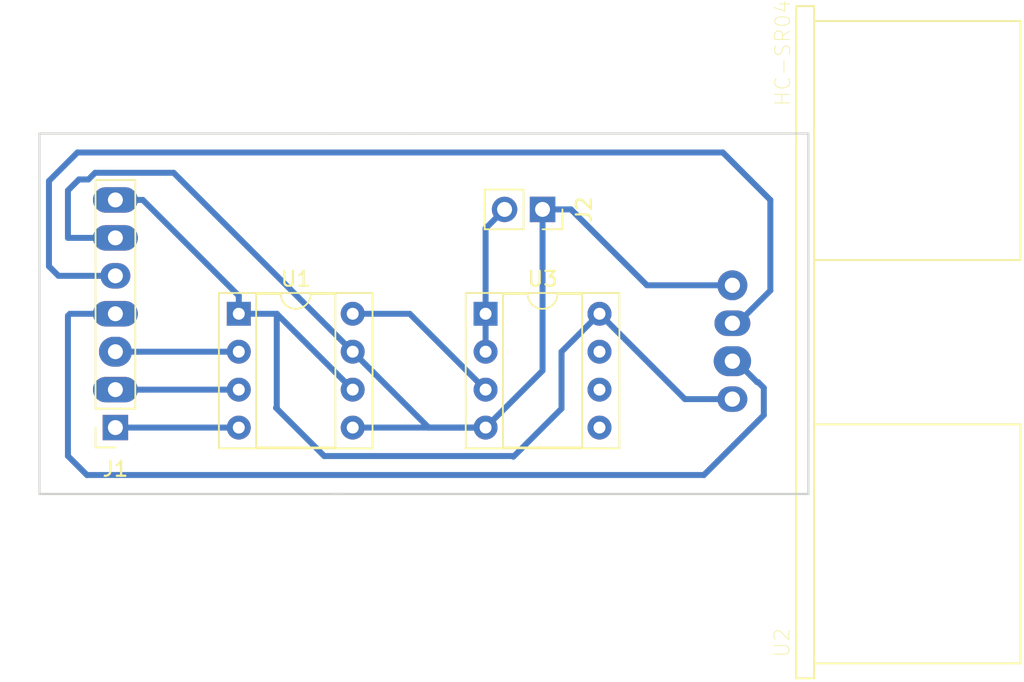
<source format=kicad_pcb>
(kicad_pcb (version 20171130) (host pcbnew "(5.0.1)-3")

  (general
    (thickness 1.6)
    (drawings 7)
    (tracks 61)
    (zones 0)
    (modules 5)
    (nets 13)
  )

  (page A4)
  (layers
    (0 F.Cu signal)
    (31 B.Cu signal)
    (32 B.Adhes user)
    (33 F.Adhes user)
    (34 B.Paste user)
    (35 F.Paste user)
    (36 B.SilkS user)
    (37 F.SilkS user)
    (38 B.Mask user)
    (39 F.Mask user)
    (40 Dwgs.User user)
    (41 Cmts.User user)
    (42 Eco1.User user)
    (43 Eco2.User user)
    (44 Edge.Cuts user)
    (45 Margin user)
    (46 B.CrtYd user)
    (47 F.CrtYd user)
    (48 B.Fab user)
    (49 F.Fab user)
  )

  (setup
    (last_trace_width 0.4)
    (trace_clearance 0.32)
    (zone_clearance 0.508)
    (zone_45_only no)
    (trace_min 0.2)
    (segment_width 0.2)
    (edge_width 0.15)
    (via_size 0.9)
    (via_drill 0.8)
    (via_min_size 0.4)
    (via_min_drill 0.3)
    (uvia_size 0.3)
    (uvia_drill 0.1)
    (uvias_allowed no)
    (uvia_min_size 0.2)
    (uvia_min_drill 0.1)
    (pcb_text_width 0.3)
    (pcb_text_size 1.5 1.5)
    (mod_edge_width 0.15)
    (mod_text_size 1 1)
    (mod_text_width 0.15)
    (pad_size 2.4 1.7)
    (pad_drill 1.02)
    (pad_to_mask_clearance 0.051)
    (solder_mask_min_width 0.25)
    (aux_axis_origin 0 0)
    (visible_elements 7FFFFFFF)
    (pcbplotparams
      (layerselection 0x01000_ffffffff)
      (usegerberextensions false)
      (usegerberattributes false)
      (usegerberadvancedattributes false)
      (creategerberjobfile true)
      (excludeedgelayer true)
      (linewidth 0.100000)
      (plotframeref false)
      (viasonmask false)
      (mode 1)
      (useauxorigin false)
      (hpglpennumber 1)
      (hpglpenspeed 20)
      (hpglpendiameter 15.000000)
      (psnegative false)
      (psa4output false)
      (plotreference false)
      (plotvalue false)
      (plotinvisibletext false)
      (padsonsilk false)
      (subtractmaskfromsilk false)
      (outputformat 1)
      (mirror false)
      (drillshape 0)
      (scaleselection 1)
      (outputdirectory "./"))
  )

  (net 0 "")
  (net 1 "Net-(J1-Pad5)")
  (net 2 "Net-(J1-Pad4)")
  (net 3 "Net-(J1-Pad6)")
  (net 4 "Net-(J1-Pad7)")
  (net 5 "Net-(J1-Pad3)")
  (net 6 "Net-(J1-Pad2)")
  (net 7 "Net-(J1-Pad1)")
  (net 8 "Net-(U1-Pad8)")
  (net 9 "Net-(J2-Pad2)")
  (net 10 "Net-(U3-Pad5)")
  (net 11 "Net-(U3-Pad6)")
  (net 12 "Net-(U3-Pad7)")

  (net_class Default "This is the default net class."
    (clearance 0.32)
    (trace_width 0.4)
    (via_dia 0.9)
    (via_drill 0.8)
    (uvia_dia 0.3)
    (uvia_drill 0.1)
    (add_net "Net-(J1-Pad1)")
    (add_net "Net-(J1-Pad2)")
    (add_net "Net-(J1-Pad3)")
    (add_net "Net-(J1-Pad4)")
    (add_net "Net-(J1-Pad5)")
    (add_net "Net-(J1-Pad6)")
    (add_net "Net-(J1-Pad7)")
    (add_net "Net-(J2-Pad2)")
    (add_net "Net-(U1-Pad8)")
    (add_net "Net-(U3-Pad5)")
    (add_net "Net-(U3-Pad6)")
    (add_net "Net-(U3-Pad7)")
  )

  (module Package_DIP:DIP-8_W7.62mm_Socket (layer F.Cu) (tedit 5A02E8C5) (tstamp 5C1E863D)
    (at 81.28 89.535)
    (descr "8-lead though-hole mounted DIP package, row spacing 7.62 mm (300 mils), Socket")
    (tags "THT DIP DIL PDIP 2.54mm 7.62mm 300mil Socket")
    (path /5BFF14A5)
    (fp_text reference U1 (at 3.81 -2.33) (layer F.SilkS)
      (effects (font (size 1 1) (thickness 0.15)))
    )
    (fp_text value MCP4901 (at 3.81 9.95) (layer F.Fab)
      (effects (font (size 1 1) (thickness 0.15)))
    )
    (fp_arc (start 3.81 -1.33) (end 2.81 -1.33) (angle -180) (layer F.SilkS) (width 0.12))
    (fp_line (start 1.635 -1.27) (end 6.985 -1.27) (layer F.Fab) (width 0.1))
    (fp_line (start 6.985 -1.27) (end 6.985 8.89) (layer F.Fab) (width 0.1))
    (fp_line (start 6.985 8.89) (end 0.635 8.89) (layer F.Fab) (width 0.1))
    (fp_line (start 0.635 8.89) (end 0.635 -0.27) (layer F.Fab) (width 0.1))
    (fp_line (start 0.635 -0.27) (end 1.635 -1.27) (layer F.Fab) (width 0.1))
    (fp_line (start -1.27 -1.33) (end -1.27 8.95) (layer F.Fab) (width 0.1))
    (fp_line (start -1.27 8.95) (end 8.89 8.95) (layer F.Fab) (width 0.1))
    (fp_line (start 8.89 8.95) (end 8.89 -1.33) (layer F.Fab) (width 0.1))
    (fp_line (start 8.89 -1.33) (end -1.27 -1.33) (layer F.Fab) (width 0.1))
    (fp_line (start 2.81 -1.33) (end 1.16 -1.33) (layer F.SilkS) (width 0.12))
    (fp_line (start 1.16 -1.33) (end 1.16 8.95) (layer F.SilkS) (width 0.12))
    (fp_line (start 1.16 8.95) (end 6.46 8.95) (layer F.SilkS) (width 0.12))
    (fp_line (start 6.46 8.95) (end 6.46 -1.33) (layer F.SilkS) (width 0.12))
    (fp_line (start 6.46 -1.33) (end 4.81 -1.33) (layer F.SilkS) (width 0.12))
    (fp_line (start -1.33 -1.39) (end -1.33 9.01) (layer F.SilkS) (width 0.12))
    (fp_line (start -1.33 9.01) (end 8.95 9.01) (layer F.SilkS) (width 0.12))
    (fp_line (start 8.95 9.01) (end 8.95 -1.39) (layer F.SilkS) (width 0.12))
    (fp_line (start 8.95 -1.39) (end -1.33 -1.39) (layer F.SilkS) (width 0.12))
    (fp_line (start -1.55 -1.6) (end -1.55 9.2) (layer F.CrtYd) (width 0.05))
    (fp_line (start -1.55 9.2) (end 9.15 9.2) (layer F.CrtYd) (width 0.05))
    (fp_line (start 9.15 9.2) (end 9.15 -1.6) (layer F.CrtYd) (width 0.05))
    (fp_line (start 9.15 -1.6) (end -1.55 -1.6) (layer F.CrtYd) (width 0.05))
    (fp_text user %R (at 3.81 3.81) (layer F.Fab)
      (effects (font (size 1 1) (thickness 0.15)))
    )
    (pad 1 thru_hole rect (at 0 0) (size 1.6 1.6) (drill 0.8) (layers *.Cu *.Mask)
      (net 4 "Net-(J1-Pad7)"))
    (pad 5 thru_hole oval (at 7.62 7.62) (size 1.6 1.6) (drill 0.8) (layers *.Cu *.Mask)
      (net 3 "Net-(J1-Pad6)"))
    (pad 2 thru_hole oval (at 0 2.54) (size 1.6 1.6) (drill 0.8) (layers *.Cu *.Mask)
      (net 5 "Net-(J1-Pad3)"))
    (pad 6 thru_hole oval (at 7.62 5.08) (size 1.6 1.6) (drill 0.8) (layers *.Cu *.Mask)
      (net 4 "Net-(J1-Pad7)"))
    (pad 3 thru_hole oval (at 0 5.08) (size 1.6 1.6) (drill 0.8) (layers *.Cu *.Mask)
      (net 6 "Net-(J1-Pad2)"))
    (pad 7 thru_hole oval (at 7.62 2.54) (size 1.6 1.6) (drill 0.8) (layers *.Cu *.Mask)
      (net 3 "Net-(J1-Pad6)"))
    (pad 4 thru_hole oval (at 0 7.62) (size 1.6 1.6) (drill 0.8) (layers *.Cu *.Mask)
      (net 7 "Net-(J1-Pad1)"))
    (pad 8 thru_hole oval (at 7.62 0) (size 1.6 1.6) (drill 0.8) (layers *.Cu *.Mask)
      (net 8 "Net-(U1-Pad8)"))
    (model ${KISYS3DMOD}/Package_DIP.3dshapes/DIP-8_W7.62mm_Socket.wrl
      (at (xyz 0 0 0))
      (scale (xyz 1 1 1))
      (rotate (xyz 0 0 0))
    )
  )

  (module Package_DIP:DIP-8_W7.62mm_Socket (layer F.Cu) (tedit 5A02E8C5) (tstamp 5C1E84D2)
    (at 97.79 89.535)
    (descr "8-lead though-hole mounted DIP package, row spacing 7.62 mm (300 mils), Socket")
    (tags "THT DIP DIL PDIP 2.54mm 7.62mm 300mil Socket")
    (path /5C120150)
    (fp_text reference U3 (at 3.81 -2.33) (layer F.SilkS)
      (effects (font (size 1 1) (thickness 0.15)))
    )
    (fp_text value TS912 (at 3.81 9.95) (layer F.Fab)
      (effects (font (size 1 1) (thickness 0.15)))
    )
    (fp_arc (start 3.81 -1.33) (end 2.81 -1.33) (angle -180) (layer F.SilkS) (width 0.12))
    (fp_line (start 1.635 -1.27) (end 6.985 -1.27) (layer F.Fab) (width 0.1))
    (fp_line (start 6.985 -1.27) (end 6.985 8.89) (layer F.Fab) (width 0.1))
    (fp_line (start 6.985 8.89) (end 0.635 8.89) (layer F.Fab) (width 0.1))
    (fp_line (start 0.635 8.89) (end 0.635 -0.27) (layer F.Fab) (width 0.1))
    (fp_line (start 0.635 -0.27) (end 1.635 -1.27) (layer F.Fab) (width 0.1))
    (fp_line (start -1.27 -1.33) (end -1.27 8.95) (layer F.Fab) (width 0.1))
    (fp_line (start -1.27 8.95) (end 8.89 8.95) (layer F.Fab) (width 0.1))
    (fp_line (start 8.89 8.95) (end 8.89 -1.33) (layer F.Fab) (width 0.1))
    (fp_line (start 8.89 -1.33) (end -1.27 -1.33) (layer F.Fab) (width 0.1))
    (fp_line (start 2.81 -1.33) (end 1.16 -1.33) (layer F.SilkS) (width 0.12))
    (fp_line (start 1.16 -1.33) (end 1.16 8.95) (layer F.SilkS) (width 0.12))
    (fp_line (start 1.16 8.95) (end 6.46 8.95) (layer F.SilkS) (width 0.12))
    (fp_line (start 6.46 8.95) (end 6.46 -1.33) (layer F.SilkS) (width 0.12))
    (fp_line (start 6.46 -1.33) (end 4.81 -1.33) (layer F.SilkS) (width 0.12))
    (fp_line (start -1.33 -1.39) (end -1.33 9.01) (layer F.SilkS) (width 0.12))
    (fp_line (start -1.33 9.01) (end 8.95 9.01) (layer F.SilkS) (width 0.12))
    (fp_line (start 8.95 9.01) (end 8.95 -1.39) (layer F.SilkS) (width 0.12))
    (fp_line (start 8.95 -1.39) (end -1.33 -1.39) (layer F.SilkS) (width 0.12))
    (fp_line (start -1.55 -1.6) (end -1.55 9.2) (layer F.CrtYd) (width 0.05))
    (fp_line (start -1.55 9.2) (end 9.15 9.2) (layer F.CrtYd) (width 0.05))
    (fp_line (start 9.15 9.2) (end 9.15 -1.6) (layer F.CrtYd) (width 0.05))
    (fp_line (start 9.15 -1.6) (end -1.55 -1.6) (layer F.CrtYd) (width 0.05))
    (fp_text user %R (at 3.81 3.81) (layer F.Fab)
      (effects (font (size 1 1) (thickness 0.15)))
    )
    (pad 1 thru_hole rect (at 0 0) (size 1.6 1.6) (drill 0.8) (layers *.Cu *.Mask)
      (net 9 "Net-(J2-Pad2)"))
    (pad 5 thru_hole oval (at 7.62 7.62) (size 1.6 1.6) (drill 0.8) (layers *.Cu *.Mask)
      (net 10 "Net-(U3-Pad5)"))
    (pad 2 thru_hole oval (at 0 2.54) (size 1.6 1.6) (drill 0.8) (layers *.Cu *.Mask)
      (net 9 "Net-(J2-Pad2)"))
    (pad 6 thru_hole oval (at 7.62 5.08) (size 1.6 1.6) (drill 0.8) (layers *.Cu *.Mask)
      (net 11 "Net-(U3-Pad6)"))
    (pad 3 thru_hole oval (at 0 5.08) (size 1.6 1.6) (drill 0.8) (layers *.Cu *.Mask)
      (net 8 "Net-(U1-Pad8)"))
    (pad 7 thru_hole oval (at 7.62 2.54) (size 1.6 1.6) (drill 0.8) (layers *.Cu *.Mask)
      (net 12 "Net-(U3-Pad7)"))
    (pad 4 thru_hole oval (at 0 7.62) (size 1.6 1.6) (drill 0.8) (layers *.Cu *.Mask)
      (net 3 "Net-(J1-Pad6)"))
    (pad 8 thru_hole oval (at 7.62 0) (size 1.6 1.6) (drill 0.8) (layers *.Cu *.Mask)
      (net 4 "Net-(J1-Pad7)"))
    (model ${KISYS3DMOD}/Package_DIP.3dshapes/DIP-8_W7.62mm_Socket.wrl
      (at (xyz 0 0 0))
      (scale (xyz 1 1 1))
      (rotate (xyz 0 0 0))
    )
  )

  (module Connector_PinSocket_2.54mm:PinSocket_1x02_P2.54mm_Vertical (layer F.Cu) (tedit 5A19A420) (tstamp 5C3C566A)
    (at 101.6 82.55 270)
    (descr "Through hole straight socket strip, 1x02, 2.54mm pitch, single row (from Kicad 4.0.7), script generated")
    (tags "Through hole socket strip THT 1x02 2.54mm single row")
    (path /5C12464D)
    (fp_text reference J2 (at 0 -2.77 270) (layer F.SilkS)
      (effects (font (size 1 1) (thickness 0.15)))
    )
    (fp_text value Conn_01x02_Female (at 0 5.31 270) (layer F.Fab)
      (effects (font (size 1 1) (thickness 0.15)))
    )
    (fp_line (start -1.27 -1.27) (end 0.635 -1.27) (layer F.Fab) (width 0.1))
    (fp_line (start 0.635 -1.27) (end 1.27 -0.635) (layer F.Fab) (width 0.1))
    (fp_line (start 1.27 -0.635) (end 1.27 3.81) (layer F.Fab) (width 0.1))
    (fp_line (start 1.27 3.81) (end -1.27 3.81) (layer F.Fab) (width 0.1))
    (fp_line (start -1.27 3.81) (end -1.27 -1.27) (layer F.Fab) (width 0.1))
    (fp_line (start -1.33 1.27) (end 1.33 1.27) (layer F.SilkS) (width 0.12))
    (fp_line (start -1.33 1.27) (end -1.33 3.87) (layer F.SilkS) (width 0.12))
    (fp_line (start -1.33 3.87) (end 1.33 3.87) (layer F.SilkS) (width 0.12))
    (fp_line (start 1.33 1.27) (end 1.33 3.87) (layer F.SilkS) (width 0.12))
    (fp_line (start 1.33 -1.33) (end 1.33 0) (layer F.SilkS) (width 0.12))
    (fp_line (start 0 -1.33) (end 1.33 -1.33) (layer F.SilkS) (width 0.12))
    (fp_line (start -1.8 -1.8) (end 1.75 -1.8) (layer F.CrtYd) (width 0.05))
    (fp_line (start 1.75 -1.8) (end 1.75 4.3) (layer F.CrtYd) (width 0.05))
    (fp_line (start 1.75 4.3) (end -1.8 4.3) (layer F.CrtYd) (width 0.05))
    (fp_line (start -1.8 4.3) (end -1.8 -1.8) (layer F.CrtYd) (width 0.05))
    (fp_text user %R (at 0 1.27) (layer F.Fab)
      (effects (font (size 1 1) (thickness 0.15)))
    )
    (pad 1 thru_hole rect (at 0 0 270) (size 1.7 1.7) (drill 1) (layers *.Cu *.Mask)
      (net 3 "Net-(J1-Pad6)"))
    (pad 2 thru_hole oval (at 0 2.54 270) (size 1.7 1.7) (drill 1) (layers *.Cu *.Mask)
      (net 9 "Net-(J2-Pad2)"))
    (model ${KISYS3DMOD}/Connector_PinSocket_2.54mm.3dshapes/PinSocket_1x02_P2.54mm_Vertical.wrl
      (at (xyz 0 0 0))
      (scale (xyz 1 1 1))
      (rotate (xyz 0 0 0))
    )
  )

  (module Connector_PinSocket_2.54mm:PinSocket_1x07_P2.54mm_Vertical (layer F.Cu) (tedit 5C0F63C0) (tstamp 5C3C5853)
    (at 73.025 97.155 180)
    (descr "Through hole straight socket strip, 1x07, 2.54mm pitch, single row (from Kicad 4.0.7), script generated")
    (tags "Through hole socket strip THT 1x07 2.54mm single row")
    (path /5BFF413F)
    (fp_text reference J1 (at 0 -2.77 180) (layer F.SilkS)
      (effects (font (size 1 1) (thickness 0.15)))
    )
    (fp_text value Conn_01x07_Female (at 0 18.01 180) (layer F.Fab)
      (effects (font (size 1 1) (thickness 0.15)))
    )
    (fp_text user %R (at 0 7.62 270) (layer F.Fab)
      (effects (font (size 1 1) (thickness 0.15)))
    )
    (fp_line (start -1.8 17) (end -1.8 -1.8) (layer F.CrtYd) (width 0.05))
    (fp_line (start 1.75 17) (end -1.8 17) (layer F.CrtYd) (width 0.05))
    (fp_line (start 1.75 -1.8) (end 1.75 17) (layer F.CrtYd) (width 0.05))
    (fp_line (start -1.8 -1.8) (end 1.75 -1.8) (layer F.CrtYd) (width 0.05))
    (fp_line (start 0 -1.33) (end 1.33 -1.33) (layer F.SilkS) (width 0.12))
    (fp_line (start 1.33 -1.33) (end 1.33 0) (layer F.SilkS) (width 0.12))
    (fp_line (start 1.33 1.27) (end 1.33 16.57) (layer F.SilkS) (width 0.12))
    (fp_line (start -1.33 16.57) (end 1.33 16.57) (layer F.SilkS) (width 0.12))
    (fp_line (start -1.33 1.27) (end -1.33 16.57) (layer F.SilkS) (width 0.12))
    (fp_line (start -1.33 1.27) (end 1.33 1.27) (layer F.SilkS) (width 0.12))
    (fp_line (start -1.27 16.51) (end -1.27 -1.27) (layer F.Fab) (width 0.1))
    (fp_line (start 1.27 16.51) (end -1.27 16.51) (layer F.Fab) (width 0.1))
    (fp_line (start 1.27 -0.635) (end 1.27 16.51) (layer F.Fab) (width 0.1))
    (fp_line (start 0.635 -1.27) (end 1.27 -0.635) (layer F.Fab) (width 0.1))
    (fp_line (start -1.27 -1.27) (end 0.635 -1.27) (layer F.Fab) (width 0.1))
    (pad 7 thru_hole oval (at 0 15.24 180) (size 3 1.7) (drill 1) (layers *.Cu *.Mask)
      (net 4 "Net-(J1-Pad7)"))
    (pad 6 thru_hole oval (at 0 12.7 180) (size 3 1.7) (drill 1) (layers *.Cu *.Mask)
      (net 3 "Net-(J1-Pad6)"))
    (pad 5 thru_hole oval (at 0 10.16 180) (size 2 1.7) (drill 1) (layers *.Cu *.Mask)
      (net 1 "Net-(J1-Pad5)"))
    (pad 4 thru_hole oval (at 0 7.62 180) (size 3 1.7) (drill 1) (layers *.Cu *.Mask)
      (net 2 "Net-(J1-Pad4)"))
    (pad 3 thru_hole oval (at 0 5.08 180) (size 2.2 2) (drill 1) (layers *.Cu *.Mask)
      (net 5 "Net-(J1-Pad3)"))
    (pad 2 thru_hole oval (at 0 2.54 180) (size 3 1.7) (drill 1) (layers *.Cu *.Mask)
      (net 6 "Net-(J1-Pad2)"))
    (pad 1 thru_hole rect (at 0 0 180) (size 1.7 1.7) (drill 1) (layers *.Cu *.Mask)
      (net 7 "Net-(J1-Pad1)"))
    (model ${KISYS3DMOD}/Connector_PinSocket_2.54mm.3dshapes/PinSocket_1x07_P2.54mm_Vertical.wrl
      (at (xyz 0 0 0))
      (scale (xyz 1 1 1))
      (rotate (xyz 0 0 0))
    )
  )

  (module Ultrasonic:XCVR_HC-SR04 (layer F.Cu) (tedit 5C0F63F6) (tstamp 5C3C45F1)
    (at 114.3 91.44 90)
    (path /5BFF0DFD)
    (fp_text reference U2 (at -20.1204 3.31671 90) (layer F.SilkS)
      (effects (font (size 1.00052 1.00052) (thickness 0.05)))
    )
    (fp_text value HC-SR04 (at 19.3577 3.3707 90) (layer F.SilkS)
      (effects (font (size 1.00169 1.00169) (thickness 0.05)))
    )
    (fp_line (start -21.5 19.27) (end -5.5 19.27) (layer F.SilkS) (width 0.127))
    (fp_line (start 5.5 19.27) (end 21.5 19.27) (layer F.SilkS) (width 0.127))
    (fp_line (start 22.5 5.47) (end 21.5 5.47) (layer F.SilkS) (width 0.127))
    (fp_line (start 21.5 5.47) (end 5.5 5.47) (layer F.SilkS) (width 0.127))
    (fp_line (start 5.5 5.47) (end -5.5 5.47) (layer F.SilkS) (width 0.127))
    (fp_line (start -5.5 5.47) (end -21.5 5.47) (layer F.SilkS) (width 0.127))
    (fp_line (start -21.5 5.47) (end -22.5 5.47) (layer F.SilkS) (width 0.127))
    (fp_line (start -22.5 5.47) (end -22.5 4.27) (layer F.SilkS) (width 0.127))
    (fp_line (start -22.5 4.27) (end 22.5 4.27) (layer F.SilkS) (width 0.127))
    (fp_line (start 22.5 4.27) (end 22.5 5.47) (layer F.SilkS) (width 0.127))
    (fp_line (start -21.5 5.47) (end -21.5 19.27) (layer F.SilkS) (width 0.127))
    (fp_line (start 21.5 5.47) (end 21.5 19.27) (layer F.SilkS) (width 0.127))
    (fp_line (start -5.5 5.47) (end -5.5 19.27) (layer F.SilkS) (width 0.127))
    (fp_line (start 5.5 5.47) (end 5.5 19.27) (layer F.SilkS) (width 0.127))
    (fp_line (start -22.75 4) (end -22.75 19.5) (layer Eco1.User) (width 0.05))
    (fp_line (start -22.75 19.5) (end 22.75 19.5) (layer Eco1.User) (width 0.05))
    (fp_line (start 22.75 19.5) (end 22.75 4) (layer Eco1.User) (width 0.05))
    (fp_line (start 22.75 4) (end 5 4) (layer Eco1.User) (width 0.05))
    (fp_line (start 5 4) (end 5 -1.25) (layer Eco1.User) (width 0.05))
    (fp_line (start 5 -1.25) (end -5 -1.25) (layer Eco1.User) (width 0.05))
    (fp_line (start -5 -1.25) (end -5 4) (layer Eco1.User) (width 0.05))
    (fp_line (start -5 4) (end -22.75 4) (layer Eco1.User) (width 0.05))
    (pad 2 thru_hole oval (at -1.27 0 90) (size 2 2.5) (drill 1.02) (layers *.Cu *.Mask)
      (net 2 "Net-(J1-Pad4)"))
    (pad 3 thru_hole oval (at 1.27 0 180) (size 2.4 1.7) (drill 1.02) (layers *.Cu *.Mask)
      (net 1 "Net-(J1-Pad5)"))
    (pad 4 thru_hole circle (at 3.81 0 90) (size 2 2) (drill 1.02) (layers *.Cu *.Mask)
      (net 3 "Net-(J1-Pad6)"))
    (pad 1 thru_hole oval (at -3.81 0 180) (size 2 1.7) (drill 1.02) (layers *.Cu *.Mask)
      (net 4 "Net-(J1-Pad7)"))
  )

  (gr_line (start 67.945 101.6) (end 88.265 101.6) (layer Edge.Cuts) (width 0.15))
  (gr_line (start 67.945 77.47) (end 67.945 101.6) (layer Edge.Cuts) (width 0.15))
  (gr_line (start 87.63 77.47) (end 67.945 77.47) (layer Edge.Cuts) (width 0.15))
  (gr_line (start 119.38 77.47) (end 92.71 77.47) (layer Edge.Cuts) (width 0.15))
  (gr_line (start 119.38 101.6) (end 119.38 77.47) (layer Edge.Cuts) (width 0.15))
  (gr_line (start 87.63 101.6) (end 119.38 101.6) (layer Edge.Cuts) (width 0.15))
  (gr_line (start 92.71 77.47) (end 87.63 77.47) (layer Edge.Cuts) (width 0.15))

  (segment (start 114.65 90.17) (end 114.3 90.17) (width 0.4) (layer B.Cu) (net 1))
  (segment (start 116.84 87.98) (end 114.65 90.17) (width 0.4) (layer B.Cu) (net 1))
  (segment (start 116.84 81.915) (end 116.84 87.98) (width 0.4) (layer B.Cu) (net 1))
  (segment (start 69.215 86.995) (end 68.58 86.36) (width 0.4) (layer B.Cu) (net 1))
  (segment (start 73.025 86.995) (end 69.215 86.995) (width 0.4) (layer B.Cu) (net 1))
  (segment (start 68.58 86.36) (end 68.58 80.645) (width 0.4) (layer B.Cu) (net 1))
  (segment (start 68.58 80.645) (end 70.485 78.74) (width 0.4) (layer B.Cu) (net 1))
  (segment (start 70.485 78.74) (end 113.665 78.74) (width 0.4) (layer B.Cu) (net 1))
  (segment (start 113.665 78.74) (end 116.84 81.915) (width 0.4) (layer B.Cu) (net 1))
  (segment (start 115.95 94.11) (end 114.55 92.71) (width 0.4) (layer B.Cu) (net 2))
  (segment (start 116.402514 94.495) (end 116.017514 94.11) (width 0.4) (layer B.Cu) (net 2))
  (segment (start 114.55 92.71) (end 114.3 92.71) (width 0.4) (layer B.Cu) (net 2))
  (segment (start 116.017514 94.11) (end 115.95 94.11) (width 0.4) (layer B.Cu) (net 2))
  (segment (start 116.402514 96.322486) (end 116.402514 94.495) (width 0.4) (layer B.Cu) (net 2))
  (segment (start 69.989018 89.535) (end 69.85 89.674018) (width 0.4) (layer B.Cu) (net 2))
  (segment (start 73.025 89.535) (end 69.989018 89.535) (width 0.4) (layer B.Cu) (net 2))
  (segment (start 69.85 99.06) (end 71.12 100.33) (width 0.4) (layer B.Cu) (net 2))
  (segment (start 69.85 89.674018) (end 69.85 99.06) (width 0.4) (layer B.Cu) (net 2))
  (segment (start 71.12 100.33) (end 112.395 100.33) (width 0.4) (layer B.Cu) (net 2))
  (segment (start 112.395 100.33) (end 116.402514 96.322486) (width 0.4) (layer B.Cu) (net 2))
  (segment (start 88.9 97.155) (end 97.79 97.155) (width 0.4) (layer B.Cu) (net 3))
  (segment (start 93.98 97.155) (end 97.79 97.155) (width 0.4) (layer B.Cu) (net 3))
  (segment (start 88.9 92.075) (end 93.98 97.155) (width 0.4) (layer B.Cu) (net 3))
  (segment (start 101.6 93.345) (end 101.6 82.55) (width 0.4) (layer B.Cu) (net 3))
  (segment (start 97.79 97.155) (end 101.6 93.345) (width 0.4) (layer B.Cu) (net 3))
  (segment (start 101.6 82.55) (end 103.505 82.55) (width 0.4) (layer B.Cu) (net 3))
  (segment (start 108.585 87.63) (end 114.3 87.63) (width 0.4) (layer B.Cu) (net 3))
  (segment (start 103.505 82.55) (end 108.585 87.63) (width 0.4) (layer B.Cu) (net 3))
  (segment (start 77.36999 80.54499) (end 88.9 92.075) (width 0.4) (layer B.Cu) (net 3))
  (segment (start 76.92001 80.09501) (end 77.36999 80.54499) (width 0.4) (layer B.Cu) (net 3))
  (segment (start 69.85 84.455) (end 69.85 81.28) (width 0.4) (layer B.Cu) (net 3))
  (segment (start 73.025 84.455) (end 69.85 84.455) (width 0.4) (layer B.Cu) (net 3))
  (segment (start 69.85 81.28) (end 70.58501 80.54499) (width 0.4) (layer B.Cu) (net 3))
  (segment (start 70.58501 80.54499) (end 71.22001 80.54499) (width 0.4) (layer B.Cu) (net 3))
  (segment (start 71.22001 80.54499) (end 71.66999 80.09501) (width 0.4) (layer B.Cu) (net 3))
  (segment (start 71.66999 80.09501) (end 76.92001 80.09501) (width 0.4) (layer B.Cu) (net 3))
  (segment (start 81.28 88.335) (end 81.28 89.535) (width 0.4) (layer B.Cu) (net 4))
  (segment (start 74.86 81.915) (end 81.28 88.335) (width 0.4) (layer B.Cu) (net 4))
  (segment (start 73.025 81.915) (end 74.86 81.915) (width 0.4) (layer B.Cu) (net 4))
  (segment (start 83.82 89.535) (end 88.9 94.615) (width 0.4) (layer B.Cu) (net 4))
  (segment (start 81.28 89.535) (end 83.82 89.535) (width 0.4) (layer B.Cu) (net 4))
  (segment (start 111.125 95.25) (end 105.41 89.535) (width 0.4) (layer B.Cu) (net 4))
  (segment (start 114.3 95.25) (end 111.125 95.25) (width 0.4) (layer B.Cu) (net 4))
  (segment (start 99.644999 99.110001) (end 102.87 95.885) (width 0.4) (layer B.Cu) (net 4))
  (segment (start 102.87 92.075) (end 105.41 89.535) (width 0.4) (layer B.Cu) (net 4))
  (segment (start 102.87 95.25) (end 102.87 92.075) (width 0.4) (layer B.Cu) (net 4))
  (segment (start 102.87 95.25) (end 102.87 95.885) (width 0.4) (layer B.Cu) (net 4))
  (segment (start 86.995 99.06) (end 99.594998 99.06) (width 0.4) (layer B.Cu) (net 4))
  (segment (start 83.769999 95.834999) (end 86.995 99.06) (width 0.4) (layer B.Cu) (net 4))
  (segment (start 83.82 89.535) (end 83.82 95.784998) (width 0.4) (layer B.Cu) (net 4))
  (segment (start 83.82 95.784998) (end 83.769999 95.834999) (width 0.4) (layer B.Cu) (net 4))
  (segment (start 74.525 92.075) (end 81.28 92.075) (width 0.4) (layer B.Cu) (net 5))
  (segment (start 73.025 92.075) (end 74.525 92.075) (width 0.4) (layer B.Cu) (net 5))
  (segment (start 74.925 94.615) (end 81.28 94.615) (width 0.4) (layer B.Cu) (net 6))
  (segment (start 73.025 94.615) (end 74.925 94.615) (width 0.4) (layer B.Cu) (net 6))
  (segment (start 73.025 97.155) (end 81.28 97.155) (width 0.4) (layer B.Cu) (net 7))
  (segment (start 92.71 89.535) (end 88.9 89.535) (width 0.4) (layer B.Cu) (net 8))
  (segment (start 97.79 94.615) (end 92.71 89.535) (width 0.4) (layer B.Cu) (net 8))
  (segment (start 97.79 92.075) (end 97.79 89.535) (width 0.4) (layer B.Cu) (net 9))
  (segment (start 97.79 83.82) (end 99.06 82.55) (width 0.4) (layer B.Cu) (net 9))
  (segment (start 97.79 89.535) (end 97.79 83.82) (width 0.4) (layer B.Cu) (net 9))

)

</source>
